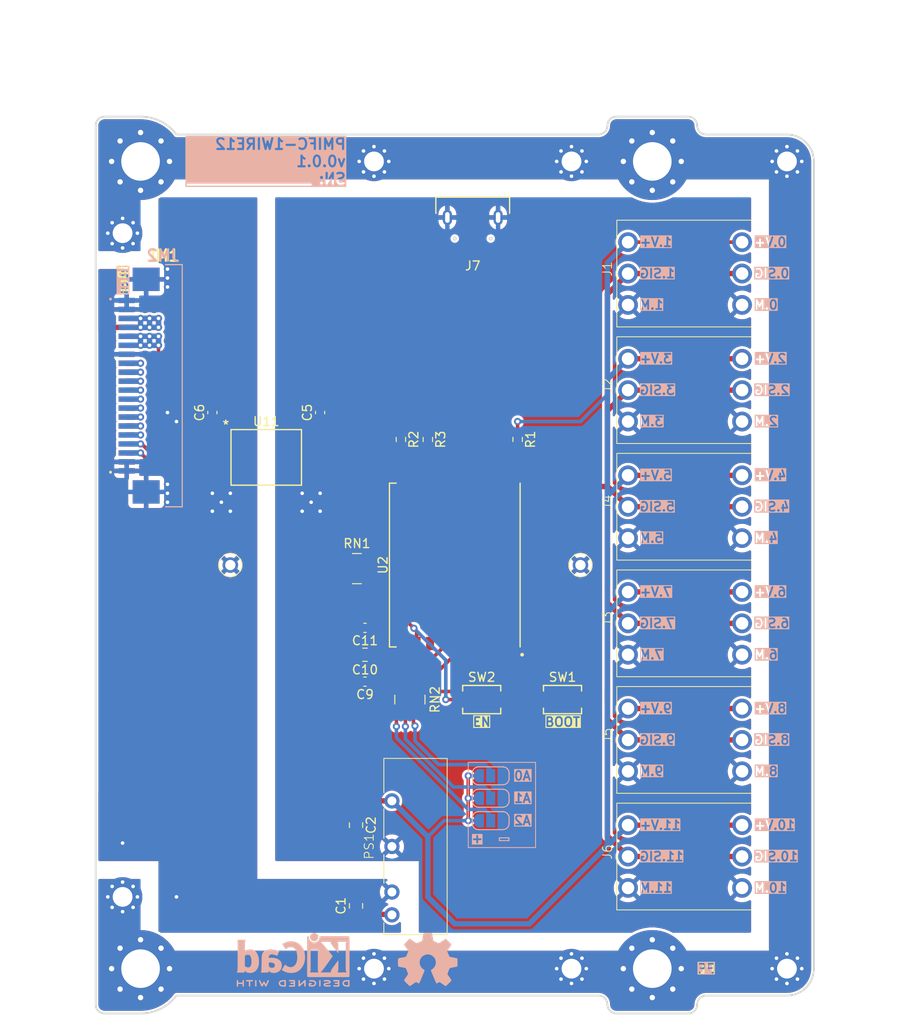
<source format=kicad_pcb>
(kicad_pcb (version 20241229) (generator "pcbnew") (generator_version "9.0")
  (title_block (title "${article} v${version}"))
  (layers (0 "F.Cu" signal) (2 "B.Cu" signal) (13 "F.Paste" user) (15 "B.Paste" user) (5 "F.SilkS" user "F.Silkscreen") (7 "B.SilkS" user "B.Silkscreen") (1 "F.Mask" user) (3 "B.Mask" user) (25 "Edge.Cuts" user))
  (property "article" "PMIFC-1WIRE12")
  (property "version" "0.0.1")
  (net 0 "")
  (net 1 "PE")
  (net 2 "/CS2_IB")
  (net 3 "/MOSI_IB")
  (net 4 "GND_IB")
  (net 5 "/SDA_IB")
  (net 6 "Net-(JM1-Pin_5)")
  (net 7 "+3.3V_IFC")
  (net 8 "+3.3V_IB")
  (net 9 "/MISO_IB")
  (net 10 "+5V_IB")
  (net 11 "/RST_IB")
  (net 12 "/A0")
  (net 13 "/A1")
  (net 14 "/A2")
  (net 15 "/SCL_IB")
  (net 16 "/CS3_IB")
  (net 17 "/SCK_IB")
  (net 18 "/CS1_IB")
  (net 19 "/CS0_IB")
  (net 20 "GND_IFC")
  (net 21 "/EN")
  (net 22 "Net-(RN1B-R2.2)")
  (net 23 "Net-(RN1A-R1.2)")
  (net 24 "Net-(RN1C-R3.2)")
  (net 25 "/USB_D-")
  (net 27 "/SENSE")
  (net 28 "/USB_D+")
  (net 32 "/SCL_IFC")
  (net 33 "/SDA_IFC")
  (net 36 "Net-(JP5-C)")
  (net 37 "Net-(JP6-C)")
  (net 38 "Net-(JP7-C)")
  (net 39 "Net-(RN2A-R1.2)")
  (footprint "kicad_inventree_lib:PM-ESP32C3_v0.0.7" (layer "F.Cu") (at 25 100)
    (property "Reference" "U1" (hide yes))
    (property "Value" "~" (hide yes))
  )
  (footprint "kicad_inventree_lib:15EDGRH-3.5-06P" (layer "F.Cu") (at 97 136 90)
    (property "Reference" "J6")
    (property "Value" "15EDGRH-3.5-06P")
  )
  (footprint "Capacitor_SMD:C_0603_1608Metric" (layer "F.Cu") (at 38 83 90)
    (property "Reference" "C6")
    (property "Value" "100nF")
  )
  (footprint "kicad_inventree_lib:SOICW8_CLG" (layer "F.Cu") (at 44 88)
    (property "Reference" "U11")
    (property "Value" "CA-IS3021G")
  )
  (footprint "Capacitor_SMD:C_0603_1608Metric" (layer "F.Cu") (at 50 83 90)
    (property "Reference" "C5")
    (property "Value" "100nF")
  )
  (footprint "kicad_inventree_lib:SW_TS-1088_XNP-M" (layer "F.Cu") (at 68 115 180)
    (property "Reference" "SW2")
    (property "Value" "Button")
  )
  (footprint "Resistor_SMD:R_0603_1608Metric" (layer "F.Cu") (at 72 86 -90)
    (property "Reference" "R1")
    (property "Value" "4k7")
  )
  (footprint "kicad_inventree_lib:5117" (layer "F.Cu") (at 79 100)
    (property "Reference" "U4" (hide yes))
    (property "Value" "5117" (hide yes))
  )
  (footprint "kicad_inventree_lib:PMLED-xx-v0.0.2" (layer "F.Cu") (at 90 100)
    (property "Reference" "SP1" (hide yes))
    (property "Value" "~")
  )
  (footprint "kicad_inventree_lib:ESP32-C3-WROOM-02U_EXP" (layer "F.Cu") (at 65 100 90)
    (property "Reference" "U2")
    (property "Value" "ESP32-C3-WROOM-02U-N4")
  )
  (footprint "Resistor_SMD:R_0603_1608Metric" (layer "F.Cu") (at 62 86 -90)
    (property "Reference" "R3")
    (property "Value" "3k3")
  )
  (footprint "Capacitor_SMD:C_0603_1608Metric" (layer "F.Cu") (at 55 107 180)
    (property "Reference" "C11")
    (property "Value" "1uF")
  )
  (footprint "kicad_inventree_lib:15EDGRH-3.5-06P" (layer "F.Cu") (at 97 97 90)
    (property "Reference" "J4")
    (property "Value" "15EDGRH-3.5-06P")
  )
  (footprint "Capacitor_SMD:C_0805_2012Metric" (layer "F.Cu") (at 55 110 180)
    (property "Reference" "C10")
    (property "Value" "10uF")
  )
  (footprint "Capacitor_SMD:C_0603_1608Metric" (layer "F.Cu") (at 55 113 180)
    (property "Reference" "C9")
    (property "Value" "1uF")
  )
  (footprint "Resistor_SMD:R_0603_1608Metric" (layer "F.Cu") (at 59 86 -90)
    (property "Reference" "R2")
    (property "Value" "3k3")
  )
  (footprint "Capacitor_SMD:C_0805_2012Metric" (layer "F.Cu") (at 54 138 90)
    (property "Reference" "C1")
    (property "Value" "4.7uF")
  )
  (footprint "MountingHole:MountingHole_4.3mm_M4_Pad_Via" (layer "F.Cu") (at 30 55)
    (property "Reference" "H2" (hide yes))
    (property "Value" "M4")
  )
  (footprint "kicad_inventree_lib:15EDGRH-3.5-06P" (layer "F.Cu") (at 97 71 90)
    (property "Reference" "J1")
    (property "Value" "15EDGRH-3.5-06P")
  )
  (footprint "Capacitor_SMD:C_0805_2012Metric" (layer "F.Cu") (at 54 129 -90)
    (property "Reference" "C2")
    (property "Value" "10uF")
  )
  (footprint "Resistor_SMD:R_Array_Convex_4x0603" (layer "F.Cu") (at 60 115 -90)
    (property "Reference" "RN2")
    (property "Value" "330R")
  )
  (footprint "kicad_inventree_lib:CONN5_H83-S1S_XKB" (layer "F.Cu") (at 68.299972 64.10185 180)
    (property "Reference" "J7")
    (property "Value" "U254-051T-4BH83-S1S")
    (fp_circle (center 3.299972 0.504008) (end 3.469972 0.504008) (stroke (width 0.1)) (fill no) (layer "Edge.Cuts"))
    (fp_circle (center -0.700028 0.504008) (end -0.530028 0.504008) (stroke (width 0.1)) (fill no) (layer "Edge.Cuts"))
  )
  (footprint "kicad_inventree_lib:5117" (layer "F.Cu") (at 40 100)
    (property "Reference" "U3" (hide yes))
    (property "Value" "5117" (hide yes))
  )
  (footprint "kicad_inventree_lib:AFA07S20FCA00" (layer "F.Cu") (at 32 80 90)
    (property "Reference" "JM1")
    (property "Value" "AFA07-S20FCC-00" (hide yes))
  )
  (footprint "kicad_inventree_lib:15EDGRH-3.5-06P" (layer "F.Cu") (at 97 110 90)
    (property "Reference" "J3")
    (property "Value" "15EDGRH-3.5-06P")
  )
  (footprint "Resistor_SMD:R_Array_Convex_4x0603" (layer "F.Cu") (at 54.1 100.4)
    (property "Reference" "RN1")
    (property "Value" "10k")
  )
  (footprint "kicad_inventree_lib:15EDGRH-3.5-06P" (layer "F.Cu") (at 97 84 90)
    (property "Reference" "J2")
    (property "Value" "15EDGRH-3.5-06P")
  )
  (footprint "kicad_inventree_lib:B2405LS-1WR3" (layer "F.Cu") (at 58 131.38 90)
    (property "Reference" "PS1")
    (property "Value" "5V/3V3")
  )
  (footprint "MountingHole:MountingHole_4.3mm_M4_Pad_Via" (layer "F.Cu") (at 87 55)
    (property "Reference" "H1" (hide yes))
    (property "Value" "M4")
  )
  (footprint "kicad_inventree_lib:SW_TS-1088_XNP-M" (layer "F.Cu") (at 77 115 180)
    (property "Reference" "SW1")
    (property "Value" "Button")
  )
  (footprint "MountingHole:MountingHole_4.3mm_M4_Pad_Via" (layer "F.Cu") (at 87 145)
    (property "Reference" "H3" (hide yes))
    (property "Value" "M4")
  )
  (footprint "kicad_inventree_lib:15EDGRH-3.5-06P" (layer "F.Cu") (at 97 123 90)
    (property "Reference" "J5")
    (property "Value" "15EDGRH-3.5-06P")
  )
  (footprint "MountingHole:MountingHole_4.3mm_M4_Pad_Via" (layer "F.Cu") (at 30 145)
    (property "Reference" "H4" (hide yes))
    (property "Value" "M4")
  )
  (footprint "kicad_inventree_lib:SolderJumper-3_P1.3mm_Open_RoundedPad1.0x1.5mm" (layer "B.Cu") (at 69 126 180)
    (property "Reference" "JP6" (hide yes))
    (property "Value" "SolderJumper_3_Open")
  )
  (footprint "Symbol:KiCad-Logo2_5mm_SilkScreen" (layer "B.Cu") (at 47 144 180)
    (property "Reference" "kicad_logo" (hide yes))
    (property "Value" "KiCad-Logo2_5mm_SilkScreen" (hide yes))
  )
  (footprint "kicad_inventree_lib:SolderJumper-3_P1.3mm_Open_RoundedPad1.0x1.5mm" (layer "B.Cu") (at 69 123.5 180)
    (property "Reference" "JP7" (hide yes))
    (property "Value" "SolderJumper_3_Open")
  )
  (footprint "kicad_inventree_lib:AFA07S20FCA00" (layer "B.Cu") (at 32 80 -90)
    (property "Reference" "JM2")
    (property "Value" "AFA07-S20FCC-00" (hide yes))
  )
  (footprint "kicad_inventree_lib:SolderJumper-3_P1.3mm_Open_RoundedPad1.0x1.5mm" (layer "B.Cu") (at 69 128.5 180)
    (property "Reference" "JP5" (hide yes))
    (property "Value" "SolderJumper_3_Open")
  )
  (footprint "Symbol:OSHW-Symbol_6.7x6mm_SilkScreen" (layer "B.Cu") (at 62 144 180)
    (property "Reference" "oshw_logo" (hide yes))
    (property "Value" "OSHW-Symbol_6.7x6mm_SilkScreen" (hide yes))
  )
  (gr_rect (start 66.5 122) (end 74 131.5) (stroke (width 0.1)) (fill no) (layer "B.SilkS"))
  (gr_arc (start 26 150) (mid 25.292893 149.707107) (end 25 149) (stroke (width 0.2)) (layer "Edge.Cuts"))
  (gr_arc (start 81 148) (mid 81.707107 148.292893) (end 82 149) (stroke (width 0.2)) (layer "Edge.Cuts"))
  (gr_arc (start 25 51) (mid 25.292893 50.292893) (end 26 50) (stroke (width 0.2)) (layer "Edge.Cuts"))
  (gr_arc (start 92 149) (mid 92.292893 148.292893) (end 93 148) (stroke (width 0.2)) (layer "Edge.Cuts"))
  (gr_line (start 93 148) (end 102 148) (stroke (width 0.2)) (layer "Edge.Cuts"))
  (gr_line (start 26 150) (end 30 150) (stroke (width 0.2)) (layer "Edge.Cuts"))
  (gr_arc (start 91 50) (mid 91.707107 50.292893) (end 92 51) (stroke (width 0.2)) (layer "Edge.Cuts"))
  (gr_arc (start 30 50) (mid 32.236068 50.527864) (end 34 52) (stroke (width 0.2)) (layer "Edge.Cuts"))
  (gr_arc (start 34 148) (mid 32.236068 149.472136) (end 30 150) (stroke (width 0.2)) (layer "Edge.Cuts"))
  (gr_line (start 25 149) (end 25 51) (stroke (width 0.2)) (layer "Edge.Cuts"))
  (gr_arc (start 92 149) (mid 91.707107 149.707107) (end 91 150) (stroke (width 0.2)) (layer "Edge.Cuts"))
  (gr_line (start 93 52) (end 102 52) (stroke (width 0.2)) (layer "Edge.Cuts"))
  (gr_arc (start 93 52) (mid 92.292893 51.707107) (end 92 51) (stroke (width 0.2)) (layer "Edge.Cuts"))
  (gr_line (start 26 50) (end 30 50) (stroke (width 0.2)) (layer "Edge.Cuts"))
  (gr_line (start 34 52) (end 81 52) (stroke (width 0.2)) (layer "Edge.Cuts"))
  (gr_arc (start 83 150) (mid 82.292893 149.707107) (end 82 149) (stroke (width 0.2)) (layer "Edge.Cuts"))
  (gr_line (start 83 150) (end 91 150) (stroke (width 0.2)) (layer "Edge.Cuts"))
  (gr_arc (start 102 52) (mid 104.12132 52.87868) (end 105 55) (stroke (width 0.2)) (layer "Edge.Cuts"))
  (gr_arc (start 82 51) (mid 81.707107 51.707107) (end 81 52) (stroke (width 0.2)) (layer "Edge.Cuts"))
  (gr_line (start 81 148) (end 34 148) (stroke (width 0.2)) (layer "Edge.Cuts"))
  (gr_line (start 105 55) (end 105 145) (stroke (width 0.2)) (layer "Edge.Cuts"))
  (gr_line (start 91 50) (end 83 50) (stroke (width 0.2)) (layer "Edge.Cuts"))
  (gr_arc (start 82 51) (mid 82.292893 50.292893) (end 83 50) (stroke (width 0.2)) (layer "Edge.Cuts"))
  (gr_arc (start 105 145) (mid 104.12132 147.12132) (end 102 148) (stroke (width 0.2)) (layer "Edge.Cuts"))
  (gr_text "IBus" (at 27.5 66.5 90) (layer "F.SilkS" knockout) (effects (font (size 1 1) (thickness 0.2) (bold yes)) (justify right top)))
  (gr_text "BOOT" (at 77 117.5 0) (layer "F.SilkS" knockout) (effects (font (size 1 1) (thickness 0.2) (bold yes))))
  (gr_text "PE" (at 93 145 0) (layer "F.SilkS" knockout) (effects (font (size 1 1) (thickness 0.2) (bold yes))))
  (gr_text "EN" (at 68 117.5 0) (layer "F.SilkS" knockout) (effects (font (size 1 1) (thickness 0.2) (bold yes))))
  (gr_text "7.V+" (at 85.5 103 0) (layer "B.SilkS" knockout) (effects (font (size 1 1) (thickness 0.2) (bold yes)) (justify right mirror)))
  (gr_text "A1" (at 71.5 126 0) (layer "B.SilkS" knockout) (effects (font (size 1 1) (thickness 0.2) (bold yes)) (justify right mirror)))
  (gr_text "1.V+" (at 85.5 64 0) (layer "B.SilkS" knockout) (effects (font (size 1 1) (thickness 0.2) (bold yes)) (justify right mirror)))
  (gr_text "0.SIG" (at 98.25 67.5 0) (layer "B.SilkS" knockout) (effects (font (size 1 1) (thickness 0.2) (bold yes)) (justify right mirror)))
  (gr_text "10.V+" (at 98.25 129 0) (layer "B.SilkS" knockout) (effects (font (size 1 1) (thickness 0.2) (bold yes)) (justify right mirror)))
  (gr_text "IBus" (at 27.5 66.5 90) (layer "B.SilkS" knockout) (effects (font (size 1 1) (thickness 0.2) (bold yes)) (justify left top mirror)))
  (gr_text "6.V+" (at 98.25 103 0) (layer "B.SilkS" knockout) (effects (font (size 1 1) (thickness 0.2) (bold yes)) (justify right mirror)))
  (gr_text "11.SIG" (at 85.5 132.5 0) (layer "B.SilkS" knockout) (effects (font (size 1 1) (thickness 0.2) (bold yes)) (justify right mirror)))
  (gr_text "1.M" (at 85.5 71 0) (layer "B.SilkS" knockout) (effects (font (size 1 1) (thickness 0.2) (bold yes)) (justify right mirror)))
  (gr_text "2.SIG" (at 98.25 80.5 0) (layer "B.SilkS" knockout) (effects (font (size 1 1) (thickness 0.2) (bold yes)) (justify right mirror)))
  (gr_text "7.M" (at 85.5 110 0) (layer "B.SilkS" knockout) (effects (font (size 1 1) (thickness 0.2) (bold yes)) (justify right mirror)))
  (gr_text "10.M" (at 98.25 136 0) (layer "B.SilkS" knockout) (effects (font (size 1 1) (thickness 0.2) (bold yes)) (justify right mirror)))
  (gr_text "5.V+" (at 85.5 90 0) (layer "B.SilkS" knockout) (effects (font (size 1 1) (thickness 0.2) (bold yes)) (justify right mirror)))
  (gr_text "8.M" (at 98.25 123 0) (layer "B.SilkS" knockout) (effects (font (size 1 1) (thickness 0.2) (bold yes)) (justify right mirror)))
  (gr_text "+" (at 67.5 130.5 0) (layer "B.SilkS" knockout) (effects (font (size 1 1) (thickness 0.2) (bold yes)) (justify mirror)))
  (gr_text "2.V+" (at 98.25 77 0) (layer "B.SilkS" knockout) (effects (font (size 1 1) (thickness 0.2) (bold yes)) (justify right mirror)))
  (gr_text "A0" (at 71.5 123.5 0) (layer "B.SilkS" knockout) (effects (font (size 1 1) (thickness 0.2) (bold yes)) (justify right mirror)))
  (gr_text "7.SIG" (at 85.5 106.5 0) (layer "B.SilkS" knockout) (effects (font (size 1 1) (thickness 0.2) (bold yes)) (justify right mirror)))
  (gr_text "10.SIG" (at 98.25 132.5 0) (layer "B.SilkS" knockout) (effects (font (size 1 1) (thickness 0.2) (bold yes)) (justify right mirror)))
  (gr_text "8.SIG" (at 98.25 119.5 0) (layer "B.SilkS" knockout) (effects (font (size 1 1) (thickness 0.2) (bold yes)) (justify right mirror)))
  (gr_text "5.SIG" (at 85.5 93.5 0) (layer "B.SilkS" knockout) (effects (font (size 1 1) (thickness 0.2) (bold yes)) (justify right mirror)))
  (gr_text "3.M" (at 85.5 84 0) (layer "B.SilkS" knockout) (effects (font (size 1 1) (thickness 0.2) (bold yes)) (justify right mirror)))
  (gr_text "8.V+" (at 98.25 116 0) (layer "B.SilkS" knockout) (effects (font (size 1 1) (thickness 0.2) (bold yes)) (justify right mirror)))
  (gr_text "2.M" (at 98.25 84 0) (layer "B.SilkS" knockout) (effects (font (size 1 1) (thickness 0.2) (bold yes)) (justify right mirror)))
  (gr_text "9.M" (at 85.5 123 0) (layer "B.SilkS" knockout) (effects (font (size 1 1) (thickness 0.2) (bold yes)) (justify right mirror)))
  (gr_text "11.V+" (at 85.5 129 0) (layer "B.SilkS" knockout) (effects (font (size 1 1) (thickness 0.2) (bold yes)) (justify right mirror)))
  (gr_text "0.V+" (at 98.25 64 0) (layer "B.SilkS" knockout) (effects (font (size 1 1) (thickness 0.2) (bold yes)) (justify right mirror)))
  (gr_text "0.M" (at 98.25 71 0) (layer "B.SilkS" knockout) (effects (font (size 1 1) (thickness 0.2) (bold yes)) (justify right mirror)))
  (gr_text "3.SIG" (at 85.5 80.5 0) (layer "B.SilkS" knockout) (effects (font (size 1 1) (thickness 0.2) (bold yes)) (justify right mirror)))
  (gr_text "5.M" (at 85.5 97 0) (layer "B.SilkS" knockout) (effects (font (size 1 1) (thickness 0.2) (bold yes)) (justify right mirror)))
  (gr_text "4.V+" (at 98.25 90 0) (layer "B.SilkS" knockout) (effects (font (size 1 1) (thickness 0.2) (bold yes)) (justify right mirror)))
  (gr_text "6.M" (at 98.25 110 0) (layer "B.SilkS" knockout) (effects (font (size 1 1) (thickness 0.2) (bold yes)) (justify right mirror)))
  (gr_text "9.SIG" (at 85.5 119.5 0) (layer "B.SilkS" knockout) (effects (font (size 1 1) (thickness 0.2) (bold yes)) (justify right mirror)))
  (gr_text "A2" (at 71.5 128.5 0) (layer "B.SilkS" knockout) (effects (font (size 1 1) (thickness 0.2) (bold yes)) (justify right mirror)))
  (gr_text "${article}\nv${version}\nSN: _______________" (at 53 55 0) (layer "B.SilkS" knockout) (effects (font (size 1.2 1.2) (thickness 0.24) (bold yes)) (justify left mirror)))
  (gr_text "4.SIG" (at 98.25 93.5 0) (layer "B.SilkS" knockout) (effects (font (size 1 1) (thickness 0.2) (bold yes)) (justify right mirror)))
  (gr_text "1.SIG" (at 85.5 67.5 0) (layer "B.SilkS" knockout) (effects (font (size 1 1) (thickness 0.2) (bold yes)) (justify right mirror)))
  (gr_text "-" (at 70.5 130.5 0) (layer "B.SilkS" knockout) (effects (font (size 1 1) (thickness 0.2) (bold yes)) (justify mirror)))
  (gr_text "9.V+" (at 85.5 116 0) (layer "B.SilkS" knockout) (effects (font (size 1 1) (thickness 0.2) (bold yes)) (justify right mirror)))
  (gr_text "4.M" (at 98.25 97 0) (layer "B.SilkS" knockout) (effects (font (size 1 1) (thickness 0.2) (bold yes)) (justify right mirror)))
  (gr_text "6.SIG" (at 98.25 106.5 0) (layer "B.SilkS" knockout) (effects (font (size 1 1) (thickness 0.2) (bold yes)) (justify right mirror)))
  (gr_text "11.M" (at 85.5 136 0) (layer "B.SilkS" knockout) (effects (font (size 1 1) (thickness 0.2) (bold yes)) (justify right mirror)))
  (gr_text "PE" (at 93 145 -0) (layer "B.SilkS" knockout) (effects (font (size 1 1) (thickness 0.2) (bold yes)) (justify mirror)))
  (gr_text "3.V+" (at 85.5 77 0) (layer "B.SilkS" knockout) (effects (font (size 1 1) (thickness 0.2) (bold yes)) (justify right mirror)))
  (segment (start 30 82.5) (end 28.454 82.5) (width 0.6) (layer "F.Cu") (net 2))
  (via (at 30 82.5) (size 0.8) (drill 0.4) (layers "F.Cu" "B.Cu") (net 2))
  (segment (start 28.454 82.5) (end 30 82.5) (width 0.6) (layer "B.Cu") (net 2))
  (segment (start 30 77.5) (end 28.454 77.5) (width 0.6) (layer "F.Cu") (net 3))
  (via (at 30 77.5) (size 0.8) (drill 0.4) (layers "F.Cu" "B.Cu") (net 3))
  (segment (start 28.454 77.5) (end 30 77.5) (width 0.6) (layer "B.Cu") (net 3))
  (via (at 33 69) (size 0.8) (drill 0.4) (layers "F.Cu" "B.Cu") (net 4))
  (via (at 33 83) (size 0.8) (drill 0.4) (layers "F.Cu" "B.Cu") (net 4))
  (via (at 40 92) (size 0.8) (drill 0.4) (layers "F.Cu" "B.Cu") (net 4))
  (via (at 33 92) (size 0.8) (drill 0.4) (layers "F.Cu" "B.Cu") (net 4))
  (via (at 28 131) (size 0.8) (drill 0.4) (layers "F.Cu" "B.Cu") (net 4))
  (via (at 33 67) (size 0.8) (drill 0.4) (layers "F.Cu" "B.Cu") (net 4))
  (via (at 33 68) (size 0.8) (drill 0.4) (layers "F.Cu" "B.Cu") (net 4))
  (via (at 33 93) (size 0.8) (drill 0.4) (layers "F.Cu" "B.Cu") (net 4))
  (via (at 38 94) (size 0.8) (drill 0.4) (layers "F.Cu" "B.Cu") (net 4))
  (via (at 38 92) (size 0.8) (drill 0.4) (layers "F.Cu" "B.Cu") (net 4))
  (via (at 34 84) (size 0.8) (drill 0.4) (layers "F.Cu" "B.Cu") (net 4))
  (via (at 33 91) (size 0.8) (drill 0.4) (layers "F.Cu" "B.Cu") (net 4))
  (via (at 34 137) (size 0.8) (drill 0.4) (layers "F.Cu" "B.Cu") (net 4))
  (via (at 40 94) (size 0.8) (drill 0.4) (layers "F.Cu" "B.Cu") (net 4))
  (via (at 39 93) (size 0.8) (drill 0.4) (layers "F.Cu" "B.Cu") (net 4))
  (segment (start 38.6152 87.365) (end 30.997786 87.365) (width 0.4) (layer "F.Cu") (net 5))
  (segment (start 30.997786 87.365) (end 30.132786 86.5) (width 0.4) (layer "F.Cu") (net 5))
  (segment (start 30 86.5) (end 28.454 86.5) (width 0.6) (layer "F.Cu") (net 5))
  (segment (start 30.132786 86.5) (end 30 86.5) (width 0.4) (layer "F.Cu") (net 5))
  (via (at 30 86.5) (size 0.8) (drill 0.4) (layers "F.Cu" "B.Cu") (net 5))
  (segment (start 28.454 86.5) (end 30 86.5) (width 0.6) (layer "B.Cu") (net 5))
  (segment (start 30 85.5) (end 28.454 85.5) (width 0.6) (layer "F.Cu") (net 6))
  (via (at 30 85.5) (size 0.8) (drill 0.4) (layers "F.Cu" "B.Cu") (net 6))
  (segment (start 28.454 85.5) (end 30 85.5) (width 0.6) (layer "B.Cu") (net 6))
  (segment (start 62 85.175) (end 59 85.175) (width 0.4) (layer "F.Cu") (net 7))
  (segment (start 84.3 64) (end 97 64) (width 0.4) (layer "F.Cu") (net 7))
  (segment (start 53.2 99.2) (end 53.2 101.6) (width 0.4) (layer "F.Cu") (net 7))
  (segment (start 55.95 110) (end 57.2 108.75) (width 0.4) (layer "F.Cu") (net 7))
  (segment (start 66.5 128.5) (end 66.5 126) (width 0.4) (layer "F.Cu") (net 7))
  (segment (start 84.3 77) (end 97 77) (width 0.6) (layer "F.Cu") (net 7))
  (segment (start 53.2 101.6) (end 53.2 104.425) (width 0.4) (layer "F.Cu") (net 7))
  (segment (start 49.05 128.05) (end 46 125) (width 0.6) (layer "F.Cu") (net 7))
  (segment (start 97 116) (end 84.3 116) (width 0.6) (layer "F.Cu") (net 7))
  (segment (start 57.75 108.75) (end 59.250002 108.75) (width 0.4) (layer "F.Cu") (net 7))
  (segment (start 56 107) (end 57.75 108.75) (width 0.4) (layer "F.Cu") (net 7))
  (segment (start 47.4 101.6) (end 46 103) (width 0.6) (layer "F.Cu") (net 7))
  (segment (start 50 83.775) (end 50 85.4798) (width 0.6) (layer "F.Cu") (net 7))
  (segment (start 97 103) (end 84.3 103) (width 0.6) (layer "F.Cu") (net 7))
  (segment (start 46.905 86.095) (end 46 87) (width 0.6) (layer "F.Cu") (net 7))
  (segment (start 53.2 101.6) (end 47.4 101.6) (width 0.6) (layer "F.Cu") (net 7))
  (segment (start 84.3 90) (end 97 90) (width 0.6) (layer "F.Cu") (net 7))
  (segment (start 55.775 107) (end 56 107) (width 0.4) (layer "F.Cu") (net 7))
  (segment (start 57.2 108.75) (end 57.75 108.75) (width 0.4) (layer "F.Cu") (net 7))
  (segment (start 59 85.175) (end 50.3048 85.175) (width 0.4) (layer "F.Cu") (net 7))
  (segment (start 46 103) (end 46 87) (width 0.6) (layer "F.Cu") (net 7))
  (segment (start 46 125) (end 46 121) (width 0.6) (layer "F.Cu") (net 7))
  (segment (start 72 85.175) (end 72 84) (width 0.4) (layer "F.Cu") (net 7))
  (segment (start 97 129) (end 84.3 129) (width 0.6) (layer "F.Cu") (net 7))
  (segment (start 54 128.05) (end 49.05 128.05) (width 0.6) (layer "F.Cu") (net 7))
  (segment (start 49.3848 86.095) (end 46.905 86.095) (width 0.6) (layer "F.Cu") (net 7))
  (segment (start 66.5 126) (end 66.5 123.5) (width 0.4) (layer "F.Cu") (net 7))
  (segment (start 55.75 126.3) (end 54 128.05) (width 0.6) (layer "F.Cu") (net 7))
  (segment (start 46 115) (end 46 103) (width 0.6) (layer "F.Cu") (net 7))
  (segment (start 46 121) (end 46 115) (width 0.6) (layer "F.Cu") (net 7))
  (segment (start 50.3048 85.175) (end 50 85.4798) (width 0.4) (layer "F.Cu") (net 7))
  (segment (start 50 85.4798) (end 49.3848 86.095) (width 0.6) (layer "F.Cu") (net 7))
  (segment (start 53.2 104.425) (end 55.775 107) (width 0.4) (layer "F.Cu") (net 7))
  (segment (start 58 126.3) (end 55.75 126.3) (width 0.6) (layer "F.Cu") (net 7))
  (via (at 72 84) (size 0.8) (drill 0.4) (layers "F.Cu" "B.Cu") (net 7))
  (via (at 66.5 126) (size 0.8) (drill 0.4) (layers "F.Cu" "B.Cu") (net 7))
  (via (at 66.5 123.5) (size 0.8) (drill 0.4) (layers "F.Cu" "B.Cu") (net 7))
  (via (at 66.5 128.5) (size 0.8) (drill 0.4) (layers "F.Cu" "B.Cu") (net 7))
  (segment (start 67.7 126) (end 66.5 126) (width 0.4) (layer "B.Cu") (net 7))
  (segment (start 84.3 64) (end 82 66.3) (width 0.6) (layer "B.Cu") (net 7))
  (segment (start 65 140) (end 73.3 140) (width 0.6) (layer "B.Cu") (net 7))
  (segment (start 84.3 77) (end 82 79.3) (width 0.6) (layer "B.Cu") (net 7))
  (segment (start 82 79.3) (end 82 81) (width 0.6) (layer "B.Cu") (net 7))
  (segment (start 62 137) (end 65 140) (width 0.6) (layer "B.Cu") (net 7))
  (segment (start 66.5 128.5) (end 63.8 128.5) (width 0.4) (layer "B.Cu") (net 7))
  (segment (start 62 130.3) (end 62 137) (width 0.6) (layer "B.Cu") (net 7))
  (segment (start 82 66.3) (end 82 79.3) (width 0.6) (layer "B.Cu") (net 7))
  (segment (start 84.3 90) (end 82 92.3) (width 0.6) (layer "B.Cu") (net 7))
  (segment (start 84.3 116) (end 82 118.3) (width 0.6) (layer "B.Cu") (net 7))
  (segment (start 79 84) (end 82 81) (width 0.4) (layer "B.Cu") (net 7))
  (segment (start 63.8 128.5) (end 62 130.3) (width 0.4) (layer "B.Cu") (net 7))
  (segment (start 82 81) (end 82 92.3) (width 0.6) (layer "B.Cu") (net 7))
  (segment (start 82 92.3) (end 82 105.3) (width 0.6) (layer "B.Cu") (net 7))
  (segment (start 84.3 103) (end 82 105.3) (width 0.6) (layer "B.Cu") (net 7))
  (segment (start 82 105.3) (end 82 118.3) (width 0.6) (layer "B.Cu") (net 7))
  (segment (start 72 84) (end 79 84) (width 0.4) (layer "B.Cu") (net 7))
  (segment (start 82 118.3) (end 82 131.3) (width 0.6) (layer "B.Cu") (net 7))
  (segment (start 73.3 140) (end 81.65 131.65) (width 0.6) (layer "B.Cu") (net 7))
  (segment (start 58 126.3) (end 62 130.3) (width 0.6) (layer "B.Cu") (net 7))
  (segment (start 66.5 123.5) (end 67.7 123.5) (width 0.4) (layer "B.Cu") (net 7))
  (segment (start 67.7 128.5) (end 66.5 128.5) (width 0.4) (layer "B.Cu") (net 7))
  (segment (start 82 131.3) (end 81.65 131.65) (width 0.6) (layer "B.Cu") (net 7))
  (segment (start 81.65 131.65) (end 84.3 129) (width 0.6) (layer "B.Cu") (net 7))
  (segment (start 31 74.5) (end 32 74.5) (width 0.6) (layer "F.Cu") (net 8))
  (segment (start 32 74.5) (end 32 75.5) (width 0.6) (layer "F.Cu") (net 8))
  (segment (start 30 75.5) (end 31 75.5) (width 0.6) (layer "F.Cu") (net 8))
  (segment (start 38.6152 84.3902) (end 38 83.775) (width 0.4) (layer "F.Cu") (net 8))
  (segment (start 31 75.5) (end 32 75.5) (width 0.6) (layer "F.Cu") (net 8))
  (segment (start 38.6152 86.095) (end 38.6152 84.3902) (width 0.4) (layer "F.Cu") (net 8))
  (segment (start 28.454 74.5) (end 30 74.5) (width 0.6) (layer "F.Cu") (net 8))
  (segment (start 38 83.775) (end 32 77.775) (width 0.4) (layer "F.Cu") (net 8))
  (segment (start 32 77.775) (end 32 75.5) (width 0.4) (layer "F.Cu") (net 8))
  (segment (start 28.454 75.5) (end 30 75.5) (width 0.6) (layer "F.Cu") (net 8))
  (segment (start 30 74.5) (end 30 75.5) (width 0.6) (layer "F.Cu") (net 8))
  (segment (start 30 74.5) (end 31 74.5) (width 0.6) (layer "F.Cu") (net 8))
  (segment (start 31 74.5) (end 31 75.5) (width 0.6) (layer "F.Cu") (net 8))
  (via (at 30 75.5) (size 0.8) (drill 0.4) (layers "F.Cu" "B.Cu") (net 8))
  (via (at 30 74.5) (size 0.8) (drill 0.4) (layers "F.Cu" "B.Cu") (net 8))
  (via (at 31 75.5) (size 0.8) (drill 0.4) (layers "F.Cu" "B.Cu") (net 8))
  (via (at 32 74.5) (size 0.8) (drill 0.4) (layers "F.Cu" "B.Cu") (net 8))
  (via (at 31 74.5) (size 0.8) (drill 0.4) (layers "F.Cu" "B.Cu") (net 8))
  (via (at 32 75.5) (size 0.8) (drill 0.4) (layers "F.Cu" "B.Cu") (net 8))
  (segment (start 32 75.5) (end 28.454 75.5) (width 0.6) (layer "B.Cu") (net 8))
  (segment (start 31 74.5) (end 31 75.5) (width 0.6) (layer "B.Cu") (net 8))
  (segment (start 32 74.5) (end 32 75.5) (width 0.6) (layer "B.Cu") (net 8))
  (segment (start 32 74.5) (end 28.454 74.5) (width 0.6) (layer "B.Cu") (net 8))
  (segment (start 30 74.5) (end 30 75.5) (width 0.6) (layer "B.Cu") (net 8))
  (segment (start 30 78.5) (end 28.454 78.5) (width 0.6) (layer "F.Cu") (net 9))
  (via (at 30 78.5) (size 0.8) (drill 0.4) (layers "F.Cu" "B.Cu") (net 9))
  (segment (start 28.454 78.5) (end 30 78.5) (width 0.6) (layer "B.Cu") (net 9))
  (segment (start 30 72.5) (end 30 73.5) (width 0.6) (layer "F.Cu") (net 10))
  (segment (start 54 138.95) (end 57.95 138.95) (width 0.6) (layer "F.Cu") (net 10))
  (segment (start 31 72.5) (end 32 72.5) (width 0.6) (layer "F.Cu") (net 10))
  (segment (start 28.454 73.5) (end 30 73.5) (width 0.6) (layer "F.Cu") (net 10))
  (segment (start 31 73.5) (end 32 73.5) (width 0.6) (layer "F.Cu") (net 10))
  (segment (start 26.954 73.5) (end 28.454 73.5) (width 0.6) (layer "F.Cu") (net 10))
  (segment (start 39.95 138.95) (end 26 125) (width 0.6) (layer "F.Cu") (net 10))
  (segment (start 26 74.454) (end 26.954 73.5) (width 0.6) (layer "F.Cu") (net 10))
  (segment (start 57.95 138.95) (end 58 139) (width 0.6) (layer "F.Cu") (net 10))
  (segment (start 32 72.5) (end 32 73.5) (width 0.6) (layer "F.Cu") (net 10))
  (segment (start 28.454 72.5) (end 30 72.5) (width 0.6) (layer "F.Cu") (net 10))
  (segment (start 30 72.5) (end 31 72.5) (width 0.6) (layer "F.Cu") (net 10))
  (segment (start 30 73.5) (end 31 73.5) (width 0.6) (layer "F.Cu") (net 10))
  (segment (start 31 72.5) (end 31 73.5) (width 0.6) (layer "F.Cu") (net 10))
  (segment (start 54 138.95) (end 39.95 138.95) (width 0.6) (layer "F.Cu") (net 10))
  (segment (start 26 125) (end 26 74.454) (width 0.6) (layer "F.Cu") (net 10))
  (via (at 31 72.5) (size 0.8) (drill 0.4) (layers "F.Cu" "B.Cu") (net 10))
  (via (at 32 72.5) (size 0.8) (drill 0.4) (layers "F.Cu" "B.Cu") (net 10))
  (via (at 31 73.5) (size 0.8) (drill 0.4) (layers "F.Cu" "B.Cu") (net 10))
  (via (at 32 73.5) (size 0.8) (drill 0.4) (layers "F.Cu" "B.Cu") (net 10))
  (via (at 30 73.5) (size 0.8) (drill 0.4) (layers "F.Cu" "B.Cu") (net 10))
  (via (at 30 72.5) (size 0.8) (drill 0.4) (layers "F.Cu" "B.Cu") (net 10))
  (segment (start 32 72.5) (end 28.454 72.5) (width 0.6) (layer "B.Cu") (net 10))
  (segment (start 31 72.5) (end 31 73.5) (width 0.6) (layer "B.Cu") (net 10))
  (segment (start 30 72.5) (end 30 73.5) (width 0.6) (layer "B.Cu") (net 10))
  (segment (start 32 73.5) (end 28.454 73.5) (width 0.6) (layer "B.Cu") (net 10))
  (segment (start 32 73.5) (end 32 72.5) (width 0.6) (layer "B.Cu") (net 10))
  (segment (start 30 84.5) (end 28.454 84.5) (width 0.6) (layer "F.Cu") (net 11))
  (via (at 30 84.5) (size 0.8) (drill 0.4) (layers "F.Cu" "B.Cu") (net 11))
  (segment (start 28.454 84.5) (end 30 84.5) (width 0.6) (layer "B.Cu") (net 11))
  (segment (start 60.4 113.448) (end 60.549 113.299) (width 0.4) (layer "F.Cu") (net 12))
  (segment (start 61.701 113.299) (end 65.25 109.75) (width 0.4) (layer "F.Cu") (net 12))
  (segment (start 65.25 109.75) (end 65.25 108.75) (width 0.4) (layer "F.Cu") (net 12))
  (segment (start 60.4 114.1) (end 60.4 113.448) (width 0.4) (layer "F.Cu") (net 12))
  (segment (start 60.549 113.299) (end 61.701 113.299) (width 0.4) (layer "F.Cu") (net 12))
  (segment (start 59.6 113.3) (end 63.75 109.15) (width 0.4) (layer "F.Cu") (net 13))
  (segment (start 63.75 109.15) (end 63.75 108.75) (width 0.4) (layer "F.Cu") (net 13))
  (segment (start 59.6 114.1) (end 59.6 113.3) (width 0.4) (layer "F.Cu") (net 13))
  (segment (start 58.8 114.1) (end 58.8 112.504801) (width 0.4) (layer "F.Cu") (net 14))
  (segment (start 62.250001 109.0548) (end 62.250001 108.75) (width 0.4) (layer "F.Cu") (net 14))
  (segment (start 58.8 112.504801) (end 62.250001 109.0548) (width 0.4) (layer "F.Cu") (net 14))
  (segment (start 31.135 88.635) (end 38.6152 88.635) (width 0.4) (layer "F.Cu") (net 15))
  (segment (start 30 87.5) (end 31.135 88.635) (width 0.4) (layer "F.Cu") (net 15))
  (segment (start 30 87.5) (end 28.454 87.5) (width 0.6) (layer "F.Cu") (net 15))
  (via (at 30 87.5) (size 0.8) (drill 0.4) (layers "F.Cu" "B.Cu") (net 15))
  (segment (start 28.454 87.5) (end 30 87.5) (width 0.6) (layer "B.Cu") (net 15))
  (segment (start 30 83.5) (end 28.454 83.5) (width 0.6) (layer "F.Cu") (net 16))
  (via (at 30 83.5) (size 0.8) (drill 0.4) (layers "F.Cu" "B.Cu") (net 16))
  (segment (start 28.454 83.5) (end 30 83.5) (width 0.6) (layer "B.Cu") (net 16))
  (segment (start 30 79.5) (end 28.454 79.5) (width 0.6) (layer "F.Cu") (net 17))
  (via (at 30 79.5) (size 0.8) (drill 0.4) (layers "F.Cu" "B.Cu") (net 17))
  (segment (start 28.454 79.5) (end 30 79.5) (width 0.6) (layer "B.Cu") (net 17))
  (segment (start 30 81.5) (end 28.454 81.5) (width 0.6) (layer "F.Cu") (net 18))
  (via (at 30 81.5) (size 0.8) (drill 0.4) (layers "F.Cu" "B.Cu") (net 18))
  (segment (start 28.454 81.5) (end 30 81.5) (width 0.6) (layer "B.Cu") (net 18))
  (segment (start 30 80.5) (end 28.454 80.5) (width 0.6) (layer "F.Cu") (net 19))
  (via (at 30 80.5) (size 0.8) (drill 0.4) (layers "F.Cu" "B.Cu") (net 19))
  (segment (start 28.454 80.5) (end 30 80.5) (width 0.6) (layer "B.Cu") (net 19))
  (segment (start 64.018941 64.468842) (end 65.360781 64.468842) (width 0.4) (layer "F.Cu") (net 20))
  (segment (start 65.700028 64.129595) (end 65.700028 64.122958) (width 0.4) (layer "F.Cu") (net 20))
  (segment (start 65.360781 64.468842) (end 65.700028 64.129595) (width 0.4) (layer "F.Cu") (net 20))
  (segment (start 63.900003 64.349904) (end 64.018941 64.468842) (width 0.4) (layer "F.Cu") (net 20))
  (via (at 48 92) (size 0.8) (drill 0.4) (layers "F.Cu" "B.Cu") (net 20))
  (via (at 50 92) (size 0.8) (drill 0.4) (layers "F.Cu" "B.Cu") (net 20))
  (via (at 48 94) (size 0.8) (drill 0.4) (layers "F.Cu" "B.Cu") (net 20))
  (via (at 49 93) (size 0.8) (drill 0.4) (layers "F.Cu" "B.Cu") (net 20))
  (via (at 50 94) (size 0.8) (drill 0.4) (layers "F.Cu" "B.Cu") (net 20))
  (segment (start 56.995802 113) (end 60.750001 109.245801) (width 0.4) (layer "F.Cu") (net 21))
  (segment (start 60.750001 107.350001) (end 60.750001 108.75) (width 0.4) (layer "F.Cu") (net 21))
  (segment (start 60.45 107.05) (end 60.750001 107.350001) (width 0.4) (layer "F.Cu") (net 21))
  (segment (start 55 101.6) (end 60.45 107.05) (width 0.4) (layer "F.Cu") (net 21))
  (segment (start 64 115) (end 65.714 115) (width 0.4) (layer "F.Cu") (net 21))
  (segment (start 55.775 113) (end 56.995802 113) (width 0.4) (layer "F.Cu") (net 21))
  (segment (start 60.750001 109.245801) (end 60.750001 108.75) (width 0.4) (layer "F.Cu") (net 21))
  (via (at 60.45 107.05) (size 0.8) (drill 0.4) (layers "F.Cu" "B.Cu") (net 21))
  (via (at 64 115) (size 0.8) (drill 0.4) (layers "F.Cu" "B.Cu") (net 21))
  (segment (start 64 110.6) (end 64 115) (width 0.4) (layer "B.Cu") (net 21))
  (segment (start 60.45 107.05) (end 64 110.6) (width 0.4) (layer "B.Cu") (net 21))
  (segment (start 69.750001 109.0548) (end 69.750001 108.75) (width 0.4) (layer "F.Cu") (net 22))
  (segment (start 62.149301 100) (end 69.750001 107.6007) (width 0.4) (layer "F.Cu") (net 22))
  (segment (start 69.750001 107.6007) (end 69.750001 108.75) (width 0.4) (layer "F.Cu") (net 22))
  (segment (start 55 100) (end 62.149301 100) (width 0.4) (layer "F.Cu") (net 22))
  (segment (start 64.704801 114.1) (end 69.750001 109.0548) (width 0.4) (layer "F.Cu") (net 22))
  (segment (start 61.2 114.1) (end 64.704801 114.1) (width 0.4) (layer "F.Cu") (net 22))
  (segment (start 62.249998 91.25) (end 62.249998 91.950002) (width 0.4) (layer "F.Cu") (net 23))
  (segment (start 62.249998 91.950002) (end 55 99.2) (width 0.4) (layer "F.Cu") (net 23))
  (segment (start 68.250002 108.254202) (end 68.250002 108.75) (width 0.4) (layer "F.Cu") (net 24))
  (segment (start 55 100.8) (end 60.7958 100.8) (width 0.4) (layer "F.Cu") (net 24))
  (segment (start 60.7958 100.8) (end 68.250002 108.254202) (width 0.4) (layer "F.Cu") (net 24))
  (segment (start 67.649986 90.045214) (end 67.649986 64.122958) (width 0.4) (layer "F.Cu") (net 25))
  (segment (start 66.75 90.9452) (end 67.649986 90.045214) (width 0.4) (layer "F.Cu") (net 25))
  (segment (start 66.75 91.25) (end 66.75 90.9452) (width 0.4) (layer "F.Cu") (net 25))
  (segment (start 82 91.25) (end 81 91.25) (width 0.6) (layer "F.Cu") (net 27))
  (segment (start 82 82.8) (end 82 91.25) (width 0.6) (layer "F.Cu") (net 27))
  (segment (start 82.05 91.25) (end 84.3 93.5) (width 0.6) (layer "F.Cu") (net 27))
  (segment (start 84.3 119.5) (end 82 117.2) (width 0.6) (layer "F.Cu") (net 27))
  (segment (start 81 91.25) (end 82.05 91.25) (width 0.6) (layer "F.Cu") (net 27))
  (segment (start 71.249998 90.750002) (end 72 90) (width 0.4) (layer "F.Cu") (net 27))
  (segment (start 84.3 119.5) (end 97 119.5) (width 0.6) (layer "F.Cu") (net 27))
  (segment (start 82 102.2) (end 82 91.25) (width 0.6) (layer "F.Cu") (net 27))
  (segment (start 84.3 132.5) (end 97 132.5) (width 0.6) (layer "F.Cu") (net 27))
  (segment (start 84.3 132.5) (end 82 130.2) (width 0.6) (layer "F.Cu") (net 27))
  (segment (start 71.249998 91.25) (end 71.249998 90.750002) (width 0.4) (layer "F.Cu") (net 27))
  (segment (start 72 90) (end 72 86.825) (width 0.4) (layer "F.Cu") (net 27))
  (segment (start 84.3 80.5) (end 82 82.8) (width 0.6) (layer "F.Cu") (net 27))
  (segment (start 84.3 93.5) (end 97 93.5) (width 0.6) (layer "F.Cu") (net 27))
  (segment (start 71.249998 91.25) (end 81 91.25) (width 0.6) (layer "F.Cu") (net 27))
  (segment (start 84.3 106.5) (end 82 104.2) (width 0.6) (layer "F.Cu") (net 27))
  (segment (start 84.3 67.5) (end 97 67.5) (width 0.6) (layer "F.Cu") (net 27))
  (segment (start 82 117.2) (end 82 114) (width 0.6) (layer "F.Cu") (net 27))
  (segment (start 82 82.8) (end 82 69.8) (width 0.6) (layer "F.Cu") (net 27))
  (segment (start 82 130.2) (end 82 117.2) (width 0.6) (layer "F.Cu") (net 27))
  (segment (start 82 115.2) (end 82 102.2) (width 0.6) (layer "F.Cu") (net 27))
  (segment (start 84.3 80.5) (end 97 80.5) (width 0.6) (layer "F.Cu") (net 27))
  (segment (start 82 69.8) (end 84.3 67.5) (width 0.6) (layer "F.Cu") (net 27))
  (segment (start 84.3 106.5) (end 97 106.5) (width 0.6) (layer "F.Cu") (net 27))
  (segment (start 67 89.1952) (end 67 64.122958) (width 0.4) (layer "F.Cu") (net 28))
  (segment (start 65.25 91.25) (end 65.25 90.9452) (width 0.4) (layer "F.Cu") (net 28))
  (segment (start 65.25 90.9452) (end 67 89.1952) (width 0.4) (layer "F.Cu") (net 28))
  (segment (start 54.3213 93) (end 49.9563 88.635) (width 0.4) (layer "F.Cu") (net 32))
  (segment (start 60.749999 91.25) (end 60.749999 88.075001) (width 0.4) (layer "F.Cu") (net 32))
  (segment (start 59.304799 93) (end 54.3213 93) (width 0.4) (layer "F.Cu") (net 32))
  (segment (start 49.9563 88.635) (end 49.3848 88.635) (width 0.4) (layer "F.Cu") (net 32))
  (segment (start 60.749999 91.25) (end 60.749999 91.5548) (width 0.4) (layer "F.Cu") (net 32))
  (segment (start 60.749999 91.5548) (end 59.304799 93) (width 0.4) (layer "F.Cu") (net 32))
  (segment (start 60.749999 88.075001) (end 62 86.825) (width 0.4) (layer "F.Cu") (net 32))
  (segment (start 49.3848 87.365) (end 50.365 87.365) (width 0.4) (layer "F.Cu") (net 33))
  (segment (start 59.249999 91.25) (end 59.249999 87.074999) (width 0.4) (layer "F.Cu") (net 33))
  (segment (start 59.249999 87.074999) (end 59 86.825) (width 0.4) (layer "F.Cu") (net 33))
  (segment (start 54.25 91.25) (end 59.249999 91.25) (width 0.4) (layer "F.Cu") (net 33))
  (segment (start 50.365 87.365) (end 54.25 91.25) (width 0.4) (layer "F.Cu") (net 33))
  (segment (start 58.5 118) (end 58.5 116.2) (width 0.4) (layer "F.Cu") (net 36))
  (segment (start 58.5 116.2) (end 58.8 115.9) (width 0.4) (layer "F.Cu") (net 36))
  (via (at 58.5 118) (size 0.8) (drill 0.4) (layers "F.Cu" "B.Cu") (net 36))
  (segment (start 69 128.5) (end 69 127.925828) (width 0.4) (layer "B.Cu") (net 36))
  (segment (start 68.324172 127.25) (end 66.5 127.25) (width 0.4) (layer "B.Cu") (net 36))
  (segment (start 69 127.925828) (end 68.324172 127.25) (width 0.4) (layer "B.Cu") (net 36))
  (segment (start 66.5 127.25) (end 58.5 119.25) (width 0.4) (layer "B.Cu") (net 36))
  (segment (start 58.5 119.25) (end 58.5 118) (width 0.4) (layer "B.Cu") (net 36))
  (segment (start 59.5 118) (end 59.5 116) (width 0.4) (layer "F.Cu") (net 37))
  (segment (start 59.5 116) (end 59.6 115.9) (width 0.4) (layer "F.Cu") (net 37))
  (via (at 59.5 118) (size 0.8) (drill 0.4) (layers "F.Cu" "B.Cu") (net 37))
  (segment (start 64.849942 124.75) (end 59.5 119.400058) (width 0.4) (layer "B.Cu") (net 37))
  (segment (start 59.5 119.400058) (end 59.5 118) (width 0.4) (layer "B.Cu") (net 37))
  (segment (start 69 126) (end 69 125.425828) (width 0.4) (layer "B.Cu") (net 37))
  (segment (start 69 125.425828) (end 68.324172 124.75) (width 0.4) (layer "B.Cu") (net 37))
  (segment (start 68.324172 124.75) (end 64.849942 124.75) (width 0.4) (layer "B.Cu") (net 37))
  (segment (start 60.4 117.768629) (end 60.4 115.9) (width 0.4) (layer "F.Cu") (net 38))
  (segment (start 60.565687 117.934316) (end 60.4 117.768629) (width 0.4) (layer "F.Cu") (net 38))
  (via (at 60.565687 117.934316) (size 0.8) (drill 0.4) (layers "F.Cu" "B.Cu") (net 38))
  (segment (start 60.565687 117.934316) (end 60.565687 119.615803) (width 0.4) (layer "B.Cu") (net 38))
  (segment (start 60.565687 119.615803) (end 63.199884 122.25) (width 0.4) (layer "B.Cu") (net 38))
  (segment (start 68.4 122.25) (end 69 122.85) (width 0.4) (layer "B.Cu") (net 38))
  (segment (start 63.199884 122.25) (end 68.4 122.25) (width 0.4) (layer "B.Cu") (net 38))
  (segment (start 69 122.85) (end 69 123.5) (width 0.4) (layer "B.Cu") (net 38))
  (segment (start 61.2 115.9) (end 61.8 116.5) (width 0.4) (layer "F.Cu") (net 39))
  (segment (start 73.214 116.5) (end 74.714 115) (width 0.4) (layer "F.Cu") (net 39))
  (segment (start 61.8 116.5) (end 73.214 116.5) (width 0.4) (layer "F.Cu") (net 39))
  (zone (net 20) (net_name "GND_IFC") (layers "F.Cu" "B.Cu") (priority 2) (connect_pads (clearance 0.3)) (min_thickness 0.25) (fill yes (thermal_gap 0.5) (thermal_bridge_width 0.5))
    (polygon (pts (xy 45 59) (xy 98 59) (xy 98 141) (xy 61 141) (xy 61 133) (xy 45 133)))
  )
  (zone (net 1) (net_name "PE") (layers "F.Cu" "B.Cu") (connect_pads (clearance 0.5)) (min_thickness 0.25) (fill yes (thermal_gap 0.5) (thermal_bridge_width 0.5))
    (polygon (pts (xy 30 65) (xy 25 65) (xy 25 50) (xy 105 50) (xy 105 150) (xy 25 151) (xy 25 135) (xy 30 135) (xy 30 143) (xy 100 143) (xy 100 57) (xy 30 57)))
  )
  (zone (net 4) (net_name "GND_IB") (layers "F.Cu" "B.Cu") (priority 1) (connect_pads (clearance 0.3)) (min_thickness 0.25) (fill yes (thermal_gap 0.5) (thermal_bridge_width 0.5))
    (polygon (pts (xy 25 67) (xy 32 67) (xy 32 59) (xy 43 59) (xy 43 135) (xy 59 135) (xy 59 141) (xy 32 141) (xy 32 133) (xy 25 133)))
  )
)
</source>
